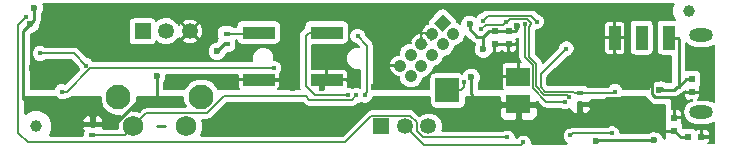
<source format=gbr>
G04 #@! TF.GenerationSoftware,KiCad,Pcbnew,(2016-12-18 revision 3ffa37c)-master*
G04 #@! TF.CreationDate,2017-03-26T15:10:27-07:00*
G04 #@! TF.ProjectId,Pensel,50656E73656C2E6B696361645F706362,rev?*
G04 #@! TF.FileFunction,Copper,L2,Bot,Signal*
G04 #@! TF.FilePolarity,Positive*
%FSLAX46Y46*%
G04 Gerber Fmt 4.6, Leading zero omitted, Abs format (unit mm)*
G04 Created by KiCad (PCBNEW (2016-12-18 revision 3ffa37c)-master) date Sunday, March 26, 2017 'PMt' 03:10:27 PM*
%MOMM*%
%LPD*%
G01*
G04 APERTURE LIST*
%ADD10C,0.100000*%
%ADD11C,0.150000*%
%ADD12C,1.000000*%
%ADD13R,0.500000X0.600000*%
%ADD14O,2.000000X1.120000*%
%ADD15R,2.000000X2.000000*%
%ADD16R,2.000000X1.600000*%
%ADD17R,3.657600X2.032000*%
%ADD18R,1.016000X2.032000*%
%ADD19C,1.350000*%
%ADD20R,1.350000X1.350000*%
%ADD21R,2.750000X1.000000*%
%ADD22C,2.100000*%
%ADD23C,1.750000*%
%ADD24R,0.600000X0.500000*%
%ADD25C,1.050000*%
%ADD26R,0.600000X0.400000*%
%ADD27C,0.400000*%
%ADD28C,0.600000*%
%ADD29C,0.260000*%
%ADD30C,0.130000*%
%ADD31C,0.200000*%
%ADD32C,0.254000*%
G04 APERTURE END LIST*
D10*
D11*
X58475000Y-142275000D03*
X58475000Y-141150000D03*
X58475000Y-141925000D03*
X58825000Y-141925000D03*
X58825000Y-140800000D03*
X58825000Y-141575000D03*
X58825000Y-142275000D03*
X58475000Y-141575000D03*
X58825000Y-141150000D03*
X58475000Y-140800000D03*
X58475000Y-140450000D03*
X58825000Y-140450000D03*
X65425000Y-143675000D03*
X65775000Y-143325000D03*
X66125000Y-143325000D03*
X64650000Y-143325000D03*
X64650000Y-143675000D03*
X65775000Y-143675000D03*
X64300000Y-143325000D03*
X64300000Y-143675000D03*
X65000000Y-143675000D03*
X65000000Y-143325000D03*
X65425000Y-143325000D03*
X66125000Y-143675000D03*
X67975000Y-140050000D03*
X67975000Y-140400000D03*
X67625000Y-140050000D03*
X67625000Y-140400000D03*
X68325000Y-140400000D03*
X68325000Y-140050000D03*
X66850000Y-140050000D03*
X66850000Y-140400000D03*
X67200000Y-140400000D03*
X67200000Y-140050000D03*
X66500000Y-140400000D03*
X66500000Y-140050000D03*
X73825000Y-142800000D03*
X73125000Y-142100000D03*
X73475000Y-143150000D03*
X73825000Y-143150000D03*
X73475000Y-142100000D03*
X73825000Y-142100000D03*
X73125000Y-143150000D03*
X73825000Y-143500000D03*
X73125000Y-143500000D03*
X73475000Y-143500000D03*
X73825000Y-142450000D03*
X73125000Y-142800000D03*
X73475000Y-142800000D03*
X73125000Y-142450000D03*
X73475000Y-142450000D03*
X91800000Y-143850000D03*
X98900000Y-143800000D03*
X98200000Y-143800000D03*
X98900000Y-143450000D03*
X99675000Y-143450000D03*
X98200000Y-143450000D03*
X98900000Y-143100000D03*
X99675000Y-143100000D03*
X98200000Y-143100000D03*
X98900000Y-142750000D03*
X99675000Y-142750000D03*
X98200000Y-142750000D03*
X98900000Y-142400000D03*
X99675000Y-142400000D03*
X98200000Y-142400000D03*
X98900000Y-142050000D03*
X99675000Y-142050000D03*
X98200000Y-142050000D03*
X98900000Y-141700000D03*
X99675000Y-141700000D03*
X98200000Y-141700000D03*
X98900000Y-141350000D03*
X99675000Y-141350000D03*
X98200000Y-141350000D03*
X98900000Y-141000000D03*
X99675000Y-141000000D03*
X98200000Y-141000000D03*
X98900000Y-140650000D03*
X99675000Y-140650000D03*
X98200000Y-140650000D03*
X81450000Y-142150000D03*
X81800000Y-142150000D03*
X82150000Y-142150000D03*
X82500000Y-142150000D03*
X82850000Y-142150000D03*
X81450000Y-141800000D03*
X81800000Y-141800000D03*
X82150000Y-141800000D03*
X82500000Y-141800000D03*
X82850000Y-141800000D03*
X81450000Y-141450000D03*
X81800000Y-141450000D03*
X82150000Y-141450000D03*
X82500000Y-141450000D03*
X82850000Y-141450000D03*
X81450000Y-141100000D03*
X81800000Y-141100000D03*
X82150000Y-141100000D03*
X82500000Y-141100000D03*
X82850000Y-141100000D03*
X81450000Y-140750000D03*
X81800000Y-140750000D03*
X82150000Y-140750000D03*
X82500000Y-140750000D03*
X53625000Y-145500000D03*
X54025000Y-145500000D03*
X54025000Y-145100000D03*
X54425000Y-145100000D03*
X54425000Y-145500000D03*
X63475000Y-145750000D03*
X63975000Y-145750000D03*
X63975000Y-146175000D03*
X63475000Y-146175000D03*
X62975000Y-146175000D03*
X101125000Y-139750000D03*
X101125000Y-140225000D03*
X100750000Y-140225000D03*
X101500000Y-140225000D03*
X102025000Y-141525000D03*
D12*
X107225000Y-139650000D03*
X51950000Y-149400000D03*
D11*
X94400000Y-143300000D03*
X104400000Y-141825000D03*
X104400000Y-142275000D03*
X104400000Y-142750000D03*
X107025000Y-149475000D03*
X107575000Y-149475000D03*
X108100000Y-149475000D03*
X108650000Y-149475000D03*
X109225000Y-149475000D03*
X109225000Y-149925000D03*
X109225000Y-150400000D03*
D13*
X107525000Y-145450000D03*
X107525000Y-146550000D03*
D14*
X108300000Y-148255000D03*
X108300000Y-141745000D03*
D15*
X86800000Y-146400000D03*
D16*
X92800000Y-145225000D03*
X92800000Y-147575000D03*
D11*
X94675000Y-143575000D03*
X82850000Y-140750000D03*
X94975000Y-143875000D03*
D17*
X103250000Y-148552000D03*
D18*
X103250000Y-141948000D03*
X105536000Y-141948000D03*
X100964000Y-141948000D03*
D11*
X104400000Y-141375000D03*
X101500000Y-139750000D03*
X100750000Y-139750000D03*
D19*
X85200000Y-149400000D03*
X83200000Y-149400000D03*
D20*
X81200000Y-149400000D03*
D11*
X81300000Y-143800000D03*
X80500000Y-143000000D03*
X80500000Y-143800000D03*
X92575000Y-143800000D03*
X92600000Y-143250000D03*
X92175000Y-143475000D03*
X102025000Y-141000000D03*
X102025000Y-142025000D03*
D21*
X70825000Y-145500000D03*
X76575000Y-145500000D03*
X76575000Y-141500000D03*
X70825000Y-141500000D03*
D22*
X58940000Y-146960000D03*
D23*
X60200000Y-149450000D03*
X64700000Y-149450000D03*
D22*
X65950000Y-146960000D03*
D13*
X92000000Y-142500000D03*
X92000000Y-141400000D03*
X90800000Y-142500000D03*
X90800000Y-141400000D03*
D24*
X108300000Y-150350000D03*
X107200000Y-150350000D03*
D13*
X106000000Y-148700000D03*
X106000000Y-149800000D03*
D25*
X86396051Y-140703949D03*
D10*
G36*
X85653589Y-140703949D02*
X86396051Y-139961487D01*
X87138513Y-140703949D01*
X86396051Y-141446411D01*
X85653589Y-140703949D01*
X85653589Y-140703949D01*
G37*
D25*
X85498025Y-141601975D03*
X84600000Y-142500000D03*
X83701974Y-143398026D03*
X82803949Y-144296051D03*
X86396051Y-142500000D03*
X85498025Y-143398026D03*
X84600000Y-144296051D03*
X83701974Y-145194077D03*
X87294077Y-141601975D03*
D20*
X61000000Y-141400000D03*
D19*
X63000000Y-141400000D03*
X65000000Y-141400000D03*
D26*
X68100000Y-142500000D03*
X68100000Y-141600000D03*
X56750000Y-150150000D03*
X56750000Y-149250000D03*
X98025000Y-147550000D03*
X98025000Y-146650000D03*
D27*
X54174998Y-146500000D03*
X72100000Y-144500000D03*
D28*
X95950000Y-142150000D03*
X99375000Y-145600000D03*
X80571690Y-146128310D03*
X99400000Y-150700000D03*
X104300000Y-150600000D03*
X56700000Y-142100000D03*
X73700000Y-146200000D03*
X76200000Y-146200000D03*
X51600000Y-144499998D03*
X52800000Y-142500000D03*
X104400000Y-143400000D03*
X92716835Y-140965043D03*
X89838164Y-142910044D03*
X51825000Y-139450000D03*
X98200000Y-148700000D03*
X94600000Y-148100000D03*
X88700000Y-140800000D03*
X51200000Y-147400000D03*
X51500000Y-140800000D03*
X88823191Y-145281447D03*
X67300000Y-143100000D03*
X58300000Y-149250000D03*
X66800000Y-149000000D03*
X62200000Y-145200000D03*
X89394127Y-149706852D03*
X101750000Y-148000002D03*
D27*
X78400000Y-146800000D03*
X79082973Y-146827110D03*
D28*
X104700000Y-146400000D03*
D27*
X79800000Y-146775000D03*
X79200000Y-141800000D03*
X93367529Y-140780021D03*
X94350000Y-140575000D03*
X89825000Y-140500000D03*
X96748423Y-147347964D03*
X97200002Y-150200000D03*
X100700000Y-150000000D03*
X91791328Y-140604113D03*
X89675000Y-141200000D03*
X97125000Y-146975000D03*
X56200000Y-144295010D03*
X52297642Y-143271318D03*
X88200000Y-145700000D03*
X93200000Y-150795010D03*
X91849996Y-150375000D03*
X51100000Y-140200000D03*
X96870010Y-142872965D03*
X101000000Y-146500000D03*
D29*
X62200000Y-149400000D02*
X62900000Y-149400000D01*
D30*
X54457840Y-146500000D02*
X54174998Y-146500000D01*
X56579614Y-144500000D02*
X54579614Y-146500000D01*
X54579614Y-146500000D02*
X54457840Y-146500000D01*
X72100000Y-144500000D02*
X56579614Y-144500000D01*
D29*
X100250000Y-145950000D02*
X99725000Y-145950000D01*
X99725000Y-145950000D02*
X99375000Y-145600000D01*
X81200000Y-145500000D02*
X80571690Y-146128310D01*
X81300000Y-145500000D02*
X81200000Y-145500000D01*
X104300000Y-150600000D02*
X99500000Y-150600000D01*
X99500000Y-150600000D02*
X99400000Y-150700000D01*
X73700000Y-146200000D02*
X73000000Y-145500000D01*
X73000000Y-145500000D02*
X70825000Y-145500000D01*
X76200000Y-146200000D02*
X76200000Y-145875000D01*
X76200000Y-145875000D02*
X76575000Y-145500000D01*
X104100001Y-143699999D02*
X104400000Y-143400000D01*
X106500000Y-147300000D02*
X105990000Y-147300000D01*
X105690001Y-147000001D02*
X104411999Y-147000001D01*
X105990000Y-147300000D02*
X105690001Y-147000001D01*
X104411999Y-147000001D02*
X104099999Y-146688001D01*
X104099999Y-146688001D02*
X104099999Y-143700001D01*
X104099999Y-143700001D02*
X104400000Y-143400000D01*
X92000000Y-141400000D02*
X92510000Y-141400000D01*
X92510000Y-141400000D02*
X92716835Y-141193165D01*
X92716835Y-141193165D02*
X92716835Y-140965043D01*
X89850002Y-141839998D02*
X89838164Y-141851836D01*
X89315734Y-141839998D02*
X88700000Y-141224264D01*
X88700000Y-141224264D02*
X88700000Y-140800000D01*
X89838164Y-141851836D02*
X89838164Y-142485780D01*
X89838164Y-142485780D02*
X89838164Y-142910044D01*
X89850002Y-141839998D02*
X89315734Y-141839998D01*
X90800000Y-141400000D02*
X90290000Y-141400000D01*
X90290000Y-141400000D02*
X89850002Y-141839998D01*
X92000000Y-141400000D02*
X90800000Y-141400000D01*
X107200000Y-150350000D02*
X106550000Y-150350000D01*
X106550000Y-150350000D02*
X106000000Y-149800000D01*
X106025000Y-149825000D02*
X106000000Y-149800000D01*
X103250000Y-141948000D02*
X103250000Y-141440000D01*
X106000000Y-149750000D02*
X106000000Y-149800000D01*
X100250000Y-147050000D02*
X102700002Y-147050000D01*
X102700002Y-147050000D02*
X102049999Y-147700003D01*
X102049999Y-147700003D02*
X101750000Y-148000002D01*
X51825000Y-139874264D02*
X51825000Y-139450000D01*
X51825000Y-140475000D02*
X51825000Y-139874264D01*
X51500000Y-140800000D02*
X51825000Y-140475000D01*
X89000000Y-147000000D02*
X89100000Y-147100000D01*
X89000000Y-146900000D02*
X89000000Y-147000000D01*
X50900001Y-147100001D02*
X51200000Y-147400000D01*
X50900001Y-141399999D02*
X50900001Y-147100001D01*
X51500000Y-140800000D02*
X50900001Y-141399999D01*
X88823191Y-146723191D02*
X88823191Y-145281447D01*
X89000000Y-146900000D02*
X88823191Y-146723191D01*
X68100000Y-142500000D02*
X67900000Y-142500000D01*
X67900000Y-142500000D02*
X67300000Y-143100000D01*
X57310000Y-149250000D02*
X56750000Y-149250000D01*
X58648002Y-149250000D02*
X58300000Y-149250000D01*
X58300000Y-149250000D02*
X56750000Y-149250000D01*
X62200000Y-147400000D02*
X60498002Y-147400000D01*
X60498002Y-147400000D02*
X58648002Y-149250000D01*
X62250000Y-147000000D02*
X62250000Y-147350000D01*
X62250000Y-147350000D02*
X62200000Y-147400000D01*
X62200000Y-146950000D02*
X62200000Y-145200000D01*
X62250000Y-147000000D02*
X62200000Y-146950000D01*
X106000000Y-149800000D02*
X104498000Y-149800000D01*
X104498000Y-149800000D02*
X103250000Y-148552000D01*
D30*
X68100000Y-141600000D02*
X70725000Y-141600000D01*
X70725000Y-141600000D02*
X70825000Y-141500000D01*
X78400000Y-146800000D02*
X75576998Y-146800000D01*
X75576998Y-146800000D02*
X74800000Y-146023002D01*
X74800000Y-146023002D02*
X74800000Y-141770000D01*
X74800000Y-141770000D02*
X75070000Y-141500000D01*
X75070000Y-141500000D02*
X76575000Y-141500000D01*
X60200000Y-149450000D02*
X61310001Y-148339999D01*
X61310001Y-148339999D02*
X66412603Y-148339999D01*
X66412603Y-148339999D02*
X67852602Y-146900000D01*
X67852602Y-146900000D02*
X74800000Y-146900000D01*
X74800000Y-146900000D02*
X75095001Y-147195001D01*
X75095001Y-147195001D02*
X78715082Y-147195001D01*
X78715082Y-147195001D02*
X79082973Y-146827110D01*
X56750000Y-150150000D02*
X59500000Y-150150000D01*
X59500000Y-150150000D02*
X60200000Y-149450000D01*
D29*
X107525000Y-145450000D02*
X107015000Y-145450000D01*
X107015000Y-145450000D02*
X106390000Y-146075000D01*
X106390000Y-146075000D02*
X106375000Y-146075000D01*
X106000000Y-146350000D02*
X105050000Y-146350000D01*
X105050000Y-146350000D02*
X104900000Y-146200000D01*
X106375000Y-146075000D02*
X106275000Y-146075000D01*
X106275000Y-146075000D02*
X106000000Y-146350000D01*
X104700000Y-146400000D02*
X104900000Y-146200000D01*
X106375000Y-146075000D02*
X106375000Y-142019000D01*
X106375000Y-142019000D02*
X106304000Y-141948000D01*
X106304000Y-141948000D02*
X105536000Y-141948000D01*
D30*
X79999999Y-146575001D02*
X79800000Y-146775000D01*
X79200000Y-141800000D02*
X79999999Y-142599999D01*
X79999999Y-142599999D02*
X79999999Y-146575001D01*
X93367529Y-141062863D02*
X93367529Y-140780021D01*
X93367529Y-143569527D02*
X93367529Y-141062863D01*
X94035001Y-146213001D02*
X94035001Y-144236999D01*
X95169964Y-147347964D02*
X94035001Y-146213001D01*
X94035001Y-144236999D02*
X93367529Y-143569527D01*
X90200000Y-140125000D02*
X93900000Y-140125000D01*
X93900000Y-140125000D02*
X94150001Y-140375001D01*
X96748423Y-147347964D02*
X95169964Y-147347964D01*
X89825000Y-140500000D02*
X90200000Y-140125000D01*
X94150001Y-140375001D02*
X94350000Y-140575000D01*
X100700000Y-150000000D02*
X97400001Y-150000001D01*
X97400001Y-150000001D02*
X97200002Y-150200000D01*
X92010430Y-140385011D02*
X91991327Y-140404114D01*
X93550406Y-140385011D02*
X92010430Y-140385011D01*
X91991327Y-140404114D02*
X91791328Y-140604113D01*
X93879998Y-140814602D02*
X93879998Y-140714603D01*
X94295012Y-144129299D02*
X93700000Y-143534287D01*
X95007293Y-146775001D02*
X94295012Y-146062720D01*
X94295012Y-146062720D02*
X94295012Y-144129299D01*
X96925001Y-146775001D02*
X95007293Y-146775001D01*
X97125000Y-146975000D02*
X96925001Y-146775001D01*
X93879998Y-140714603D02*
X93550406Y-140385011D01*
X93700000Y-140994600D02*
X93879998Y-140814602D01*
X93700000Y-143534287D02*
X93700000Y-140994600D01*
X89675000Y-141200000D02*
X90029998Y-140845002D01*
X90029998Y-140845002D02*
X91550439Y-140845002D01*
X91550439Y-140845002D02*
X91591329Y-140804112D01*
X91591329Y-140804112D02*
X91791328Y-140604113D01*
X55176308Y-143271318D02*
X56200000Y-144295010D01*
X52297642Y-143271318D02*
X55176308Y-143271318D01*
X88200000Y-146130000D02*
X88200000Y-145700000D01*
X87930000Y-146400000D02*
X88200000Y-146130000D01*
X86800000Y-146400000D02*
X87930000Y-146400000D01*
X93000001Y-150995009D02*
X93200000Y-150795010D01*
X84795009Y-150995009D02*
X93000001Y-150995009D01*
X83200000Y-149400000D02*
X84795009Y-150995009D01*
X84200000Y-149800000D02*
X84775000Y-150375000D01*
X84775000Y-150375000D02*
X91567154Y-150375000D01*
X83617601Y-148529999D02*
X84200000Y-149112398D01*
X80368999Y-148529999D02*
X83617601Y-148529999D01*
X50464999Y-149964999D02*
X51300000Y-150800000D01*
X50464999Y-140835001D02*
X50464999Y-149964999D01*
X51300000Y-150800000D02*
X78098998Y-150800000D01*
X78098998Y-150800000D02*
X80368999Y-148529999D01*
X84200000Y-149112398D02*
X84200000Y-149800000D01*
X91567154Y-150375000D02*
X91849996Y-150375000D01*
X51100000Y-140200000D02*
X50464999Y-140835001D01*
X98025000Y-146650000D02*
X100850000Y-146650000D01*
X100850000Y-146650000D02*
X101000000Y-146500000D01*
X98025000Y-146650000D02*
X97595000Y-146650000D01*
X97595000Y-146650000D02*
X97445000Y-146500000D01*
X97445000Y-146500000D02*
X95100000Y-146500000D01*
X96670011Y-143072964D02*
X96870010Y-142872965D01*
X94700000Y-145042975D02*
X96670011Y-143072964D01*
X94700000Y-146100000D02*
X94700000Y-145042975D01*
X95100000Y-146500000D02*
X94700000Y-146100000D01*
D31*
G36*
X107075267Y-142500190D02*
X107421751Y-142731703D01*
X107830457Y-142813000D01*
X108769543Y-142813000D01*
X109178249Y-142731703D01*
X109392000Y-142588879D01*
X109392000Y-147411121D01*
X109178249Y-147268297D01*
X108769543Y-147187000D01*
X108015000Y-147187000D01*
X108120886Y-147081113D01*
X108183000Y-146931156D01*
X108183000Y-146706000D01*
X108081000Y-146604000D01*
X107579000Y-146604000D01*
X107579000Y-146624000D01*
X107471000Y-146624000D01*
X107471000Y-146604000D01*
X106969000Y-146604000D01*
X106867000Y-146706000D01*
X106867000Y-146931156D01*
X106929114Y-147081113D01*
X107043886Y-147195886D01*
X107193844Y-147258000D01*
X107369000Y-147258000D01*
X107470998Y-147156002D01*
X107470998Y-147258000D01*
X107473517Y-147258000D01*
X107421751Y-147268297D01*
X107075267Y-147499810D01*
X106843754Y-147846294D01*
X106762457Y-148255000D01*
X106843754Y-148663706D01*
X107075267Y-149010190D01*
X107421751Y-149241703D01*
X107830457Y-149323000D01*
X108769543Y-149323000D01*
X109178249Y-149241703D01*
X109392000Y-149098879D01*
X109392000Y-150892000D01*
X108884999Y-150892000D01*
X108945886Y-150831114D01*
X109008000Y-150681156D01*
X109008000Y-150506000D01*
X108906000Y-150404000D01*
X108354000Y-150404000D01*
X108354000Y-150424000D01*
X108246000Y-150424000D01*
X108246000Y-150404000D01*
X108226000Y-150404000D01*
X108226000Y-150296000D01*
X108246000Y-150296000D01*
X108246000Y-149794000D01*
X108354000Y-149794000D01*
X108354000Y-150296000D01*
X108906000Y-150296000D01*
X109008000Y-150194000D01*
X109008000Y-150018844D01*
X108945886Y-149868886D01*
X108831113Y-149754114D01*
X108681156Y-149692000D01*
X108456000Y-149692000D01*
X108354000Y-149794000D01*
X108246000Y-149794000D01*
X108144000Y-149692000D01*
X107918844Y-149692000D01*
X107847800Y-149721427D01*
X107698212Y-149621475D01*
X107500000Y-149582048D01*
X106900000Y-149582048D01*
X106767952Y-149608314D01*
X106767952Y-149500000D01*
X106728525Y-149301788D01*
X106628573Y-149152200D01*
X106658000Y-149081156D01*
X106658000Y-148856000D01*
X106556000Y-148754000D01*
X106054000Y-148754000D01*
X106054000Y-148774000D01*
X105946000Y-148774000D01*
X105946000Y-148754000D01*
X105926000Y-148754000D01*
X105926000Y-148646000D01*
X105946000Y-148646000D01*
X105946000Y-148094000D01*
X106054000Y-148094000D01*
X106054000Y-148646000D01*
X106556000Y-148646000D01*
X106658000Y-148544000D01*
X106658000Y-148318844D01*
X106595886Y-148168887D01*
X106481114Y-148054114D01*
X106331156Y-147992000D01*
X106156000Y-147992000D01*
X106054000Y-148094000D01*
X105946000Y-148094000D01*
X105844000Y-147992000D01*
X105795348Y-147992000D01*
X105806028Y-146988000D01*
X106000000Y-146988000D01*
X106244152Y-146939435D01*
X106451134Y-146801134D01*
X106576332Y-146675936D01*
X106634152Y-146664435D01*
X106841134Y-146526134D01*
X106920134Y-146447134D01*
X106969000Y-146496000D01*
X107471000Y-146496000D01*
X107471000Y-146476000D01*
X107579000Y-146476000D01*
X107579000Y-146496000D01*
X108081000Y-146496000D01*
X108183000Y-146394000D01*
X108183000Y-146168844D01*
X108153573Y-146097800D01*
X108253525Y-145948212D01*
X108292952Y-145750000D01*
X108292952Y-145150000D01*
X108253525Y-144951788D01*
X108141247Y-144783753D01*
X107973212Y-144671475D01*
X107775000Y-144632048D01*
X107275000Y-144632048D01*
X107076788Y-144671475D01*
X107013000Y-144714097D01*
X107013000Y-142407001D01*
X107075267Y-142500190D01*
X107075267Y-142500190D01*
G37*
X107075267Y-142500190D02*
X107421751Y-142731703D01*
X107830457Y-142813000D01*
X108769543Y-142813000D01*
X109178249Y-142731703D01*
X109392000Y-142588879D01*
X109392000Y-147411121D01*
X109178249Y-147268297D01*
X108769543Y-147187000D01*
X108015000Y-147187000D01*
X108120886Y-147081113D01*
X108183000Y-146931156D01*
X108183000Y-146706000D01*
X108081000Y-146604000D01*
X107579000Y-146604000D01*
X107579000Y-146624000D01*
X107471000Y-146624000D01*
X107471000Y-146604000D01*
X106969000Y-146604000D01*
X106867000Y-146706000D01*
X106867000Y-146931156D01*
X106929114Y-147081113D01*
X107043886Y-147195886D01*
X107193844Y-147258000D01*
X107369000Y-147258000D01*
X107470998Y-147156002D01*
X107470998Y-147258000D01*
X107473517Y-147258000D01*
X107421751Y-147268297D01*
X107075267Y-147499810D01*
X106843754Y-147846294D01*
X106762457Y-148255000D01*
X106843754Y-148663706D01*
X107075267Y-149010190D01*
X107421751Y-149241703D01*
X107830457Y-149323000D01*
X108769543Y-149323000D01*
X109178249Y-149241703D01*
X109392000Y-149098879D01*
X109392000Y-150892000D01*
X108884999Y-150892000D01*
X108945886Y-150831114D01*
X109008000Y-150681156D01*
X109008000Y-150506000D01*
X108906000Y-150404000D01*
X108354000Y-150404000D01*
X108354000Y-150424000D01*
X108246000Y-150424000D01*
X108246000Y-150404000D01*
X108226000Y-150404000D01*
X108226000Y-150296000D01*
X108246000Y-150296000D01*
X108246000Y-149794000D01*
X108354000Y-149794000D01*
X108354000Y-150296000D01*
X108906000Y-150296000D01*
X109008000Y-150194000D01*
X109008000Y-150018844D01*
X108945886Y-149868886D01*
X108831113Y-149754114D01*
X108681156Y-149692000D01*
X108456000Y-149692000D01*
X108354000Y-149794000D01*
X108246000Y-149794000D01*
X108144000Y-149692000D01*
X107918844Y-149692000D01*
X107847800Y-149721427D01*
X107698212Y-149621475D01*
X107500000Y-149582048D01*
X106900000Y-149582048D01*
X106767952Y-149608314D01*
X106767952Y-149500000D01*
X106728525Y-149301788D01*
X106628573Y-149152200D01*
X106658000Y-149081156D01*
X106658000Y-148856000D01*
X106556000Y-148754000D01*
X106054000Y-148754000D01*
X106054000Y-148774000D01*
X105946000Y-148774000D01*
X105946000Y-148754000D01*
X105926000Y-148754000D01*
X105926000Y-148646000D01*
X105946000Y-148646000D01*
X105946000Y-148094000D01*
X106054000Y-148094000D01*
X106054000Y-148646000D01*
X106556000Y-148646000D01*
X106658000Y-148544000D01*
X106658000Y-148318844D01*
X106595886Y-148168887D01*
X106481114Y-148054114D01*
X106331156Y-147992000D01*
X106156000Y-147992000D01*
X106054000Y-148094000D01*
X105946000Y-148094000D01*
X105844000Y-147992000D01*
X105795348Y-147992000D01*
X105806028Y-146988000D01*
X106000000Y-146988000D01*
X106244152Y-146939435D01*
X106451134Y-146801134D01*
X106576332Y-146675936D01*
X106634152Y-146664435D01*
X106841134Y-146526134D01*
X106920134Y-146447134D01*
X106969000Y-146496000D01*
X107471000Y-146496000D01*
X107471000Y-146476000D01*
X107579000Y-146476000D01*
X107579000Y-146496000D01*
X108081000Y-146496000D01*
X108183000Y-146394000D01*
X108183000Y-146168844D01*
X108153573Y-146097800D01*
X108253525Y-145948212D01*
X108292952Y-145750000D01*
X108292952Y-145150000D01*
X108253525Y-144951788D01*
X108141247Y-144783753D01*
X107973212Y-144671475D01*
X107775000Y-144632048D01*
X107275000Y-144632048D01*
X107076788Y-144671475D01*
X107013000Y-144714097D01*
X107013000Y-142407001D01*
X107075267Y-142500190D01*
G36*
X105855238Y-139376295D02*
X105854763Y-139921314D01*
X106059641Y-140417159D01*
X106044000Y-140414048D01*
X105028000Y-140414048D01*
X104829788Y-140453475D01*
X104661753Y-140565753D01*
X104549475Y-140733788D01*
X104510048Y-140932000D01*
X104510048Y-142964000D01*
X104549475Y-143162212D01*
X104661753Y-143330247D01*
X104829788Y-143442525D01*
X105028000Y-143481952D01*
X105737000Y-143481952D01*
X105737000Y-145710732D01*
X105735732Y-145712000D01*
X105295960Y-145712000D01*
X105144152Y-145610565D01*
X104900000Y-145562000D01*
X104748969Y-145592042D01*
X104539984Y-145591860D01*
X104242903Y-145714611D01*
X104015410Y-145941707D01*
X103892140Y-146238574D01*
X103892093Y-146292000D01*
X101680114Y-146292000D01*
X101600564Y-146099474D01*
X101401574Y-145900136D01*
X101141448Y-145792123D01*
X100859788Y-145791877D01*
X100599474Y-145899436D01*
X100421599Y-146077000D01*
X98681140Y-146077000D01*
X98523212Y-145971475D01*
X98325000Y-145932048D01*
X97725000Y-145932048D01*
X97597689Y-145957372D01*
X97445000Y-145927000D01*
X95337344Y-145927000D01*
X95273000Y-145862656D01*
X95273000Y-145280319D01*
X96972264Y-143581055D01*
X97010222Y-143581088D01*
X97270536Y-143473529D01*
X97469874Y-143274539D01*
X97577887Y-143014413D01*
X97578133Y-142732753D01*
X97470574Y-142472439D01*
X97271584Y-142273101D01*
X97011458Y-142165088D01*
X96729798Y-142164842D01*
X96469484Y-142272401D01*
X96270146Y-142471391D01*
X96162133Y-142731517D01*
X96162099Y-142770532D01*
X94857281Y-144075350D01*
X94824395Y-143910021D01*
X94700184Y-143724127D01*
X94273000Y-143296943D01*
X94273000Y-142104000D01*
X100048000Y-142104000D01*
X100048000Y-143045156D01*
X100110114Y-143195114D01*
X100224887Y-143309886D01*
X100374844Y-143372000D01*
X100808000Y-143372000D01*
X100910000Y-143270000D01*
X100910000Y-142002000D01*
X101018000Y-142002000D01*
X101018000Y-143270000D01*
X101120000Y-143372000D01*
X101553156Y-143372000D01*
X101703113Y-143309886D01*
X101817886Y-143195114D01*
X101880000Y-143045156D01*
X101880000Y-142104000D01*
X101778000Y-142002000D01*
X101018000Y-142002000D01*
X100910000Y-142002000D01*
X100150000Y-142002000D01*
X100048000Y-142104000D01*
X94273000Y-142104000D01*
X94273000Y-141282933D01*
X94490212Y-141283123D01*
X94750526Y-141175564D01*
X94949864Y-140976574D01*
X95002071Y-140850844D01*
X100048000Y-140850844D01*
X100048000Y-141792000D01*
X100150000Y-141894000D01*
X100910000Y-141894000D01*
X100910000Y-140626000D01*
X101018000Y-140626000D01*
X101018000Y-141894000D01*
X101778000Y-141894000D01*
X101880000Y-141792000D01*
X101880000Y-140932000D01*
X102224048Y-140932000D01*
X102224048Y-142964000D01*
X102263475Y-143162212D01*
X102375753Y-143330247D01*
X102543788Y-143442525D01*
X102742000Y-143481952D01*
X103758000Y-143481952D01*
X103956212Y-143442525D01*
X104124247Y-143330247D01*
X104236525Y-143162212D01*
X104275952Y-142964000D01*
X104275952Y-140932000D01*
X104236525Y-140733788D01*
X104124247Y-140565753D01*
X103956212Y-140453475D01*
X103758000Y-140414048D01*
X102742000Y-140414048D01*
X102543788Y-140453475D01*
X102375753Y-140565753D01*
X102263475Y-140733788D01*
X102224048Y-140932000D01*
X101880000Y-140932000D01*
X101880000Y-140850844D01*
X101817886Y-140700886D01*
X101703113Y-140586114D01*
X101553156Y-140524000D01*
X101120000Y-140524000D01*
X101018000Y-140626000D01*
X100910000Y-140626000D01*
X100808000Y-140524000D01*
X100374844Y-140524000D01*
X100224887Y-140586114D01*
X100110114Y-140700886D01*
X100048000Y-140850844D01*
X95002071Y-140850844D01*
X95057877Y-140716448D01*
X95058123Y-140434788D01*
X94950564Y-140174474D01*
X94751574Y-139975136D01*
X94491448Y-139867123D01*
X94452433Y-139867089D01*
X94305172Y-139719828D01*
X94119278Y-139595617D01*
X93900000Y-139552000D01*
X90200000Y-139552000D01*
X89980722Y-139595617D01*
X89794828Y-139719828D01*
X89722746Y-139791910D01*
X89684788Y-139791877D01*
X89424474Y-139899436D01*
X89225136Y-140098426D01*
X89200519Y-140157710D01*
X89158293Y-140115410D01*
X88861426Y-139992140D01*
X88539984Y-139991860D01*
X88242903Y-140114611D01*
X88015410Y-140341707D01*
X87892140Y-140638574D01*
X87892053Y-140738836D01*
X87879989Y-140726751D01*
X87641284Y-140627632D01*
X87617038Y-140505737D01*
X87504760Y-140337702D01*
X86762298Y-139595240D01*
X86594263Y-139482962D01*
X86396051Y-139443535D01*
X86197839Y-139482962D01*
X86029804Y-139595240D01*
X85287342Y-140337702D01*
X85175064Y-140505737D01*
X85135637Y-140703949D01*
X85142633Y-140739120D01*
X84955742Y-140820399D01*
X84697925Y-141087416D01*
X84568420Y-141400067D01*
X84650464Y-141547975D01*
X85444025Y-141547975D01*
X85444025Y-141226879D01*
X85552025Y-141334879D01*
X85552025Y-141471605D01*
X85512166Y-141511464D01*
X85588536Y-141587834D01*
X85628395Y-141547975D01*
X85765121Y-141547975D01*
X85832353Y-141615207D01*
X85811668Y-141623754D01*
X85779391Y-141655975D01*
X85628395Y-141655975D01*
X85588536Y-141616116D01*
X85512166Y-141692486D01*
X85552025Y-141732345D01*
X85552025Y-141882944D01*
X85520827Y-141914088D01*
X85444025Y-142099047D01*
X85444025Y-141732345D01*
X85483884Y-141692486D01*
X85407514Y-141616116D01*
X85367655Y-141655975D01*
X85008515Y-141655975D01*
X84801908Y-141570395D01*
X84654000Y-141652439D01*
X84654000Y-141655975D01*
X84650464Y-141655975D01*
X84568420Y-141803883D01*
X84654000Y-142000664D01*
X84654000Y-142369630D01*
X84614141Y-142409489D01*
X84690511Y-142485859D01*
X84730370Y-142446000D01*
X85089510Y-142446000D01*
X85093272Y-142447559D01*
X84913642Y-142521780D01*
X84881366Y-142554000D01*
X84730370Y-142554000D01*
X84690511Y-142514141D01*
X84614141Y-142590511D01*
X84654000Y-142630370D01*
X84654000Y-142780969D01*
X84622801Y-142812114D01*
X84600139Y-142866691D01*
X84578220Y-142813643D01*
X84546000Y-142781367D01*
X84546000Y-142630370D01*
X84585859Y-142590511D01*
X84509489Y-142514141D01*
X84469630Y-142554000D01*
X84319030Y-142554000D01*
X84287886Y-142522802D01*
X84102927Y-142446000D01*
X84546000Y-142446000D01*
X84546000Y-141652439D01*
X84398092Y-141570395D01*
X84057717Y-141718424D01*
X83799900Y-141985441D01*
X83670395Y-142298092D01*
X83707525Y-142365030D01*
X83497399Y-142364847D01*
X83117591Y-142521780D01*
X82826750Y-142812114D01*
X82669153Y-143191648D01*
X82668968Y-143403570D01*
X82602041Y-143366446D01*
X82261666Y-143514475D01*
X82003849Y-143781492D01*
X81874344Y-144094143D01*
X81956388Y-144242051D01*
X82749949Y-144242051D01*
X82749949Y-143799009D01*
X82825728Y-143982409D01*
X82857949Y-144014686D01*
X82857949Y-144165681D01*
X82818090Y-144205540D01*
X82894460Y-144281910D01*
X82934319Y-144242051D01*
X83084917Y-144242051D01*
X83116062Y-144273250D01*
X83170639Y-144295912D01*
X83117591Y-144317831D01*
X83085315Y-144350051D01*
X82934319Y-144350051D01*
X82894460Y-144310192D01*
X82818090Y-144386562D01*
X82857949Y-144426421D01*
X82857949Y-144577020D01*
X82826750Y-144608165D01*
X82749949Y-144793122D01*
X82749949Y-144350051D01*
X81956388Y-144350051D01*
X81874344Y-144497959D01*
X82022373Y-144838334D01*
X82289390Y-145096151D01*
X82602041Y-145225656D01*
X82668978Y-145188526D01*
X82668795Y-145398652D01*
X82825728Y-145778460D01*
X83116062Y-146069301D01*
X83495596Y-146226898D01*
X83906549Y-146227256D01*
X84286357Y-146070323D01*
X84577198Y-145779989D01*
X84734795Y-145400455D01*
X84734857Y-145329169D01*
X84804575Y-145329230D01*
X85184383Y-145172297D01*
X85475224Y-144881963D01*
X85632821Y-144502429D01*
X85632883Y-144431144D01*
X85702600Y-144431205D01*
X85914030Y-144343844D01*
X91392000Y-144343844D01*
X91392000Y-145069000D01*
X91494000Y-145171000D01*
X92746000Y-145171000D01*
X92746000Y-144119000D01*
X92644000Y-144017000D01*
X91718844Y-144017000D01*
X91568886Y-144079114D01*
X91454114Y-144193887D01*
X91392000Y-144343844D01*
X85914030Y-144343844D01*
X86082408Y-144274272D01*
X86373249Y-143983938D01*
X86530846Y-143604404D01*
X86530908Y-143533118D01*
X86600626Y-143533179D01*
X86980434Y-143376246D01*
X87271275Y-143085912D01*
X87428872Y-142706378D01*
X87428934Y-142635093D01*
X87498652Y-142635154D01*
X87878460Y-142478221D01*
X88169301Y-142187887D01*
X88326898Y-141808353D01*
X88326946Y-141753478D01*
X88864600Y-142291132D01*
X89071582Y-142429433D01*
X89158593Y-142446741D01*
X89153574Y-142451751D01*
X89030304Y-142748618D01*
X89030024Y-143070060D01*
X89152775Y-143367141D01*
X89379871Y-143594634D01*
X89676738Y-143717904D01*
X89998180Y-143718184D01*
X90295261Y-143595433D01*
X90522754Y-143368337D01*
X90589332Y-143208000D01*
X90644000Y-143208000D01*
X90746000Y-143106000D01*
X90746000Y-142554000D01*
X90854000Y-142554000D01*
X90854000Y-143106000D01*
X90956000Y-143208000D01*
X91131156Y-143208000D01*
X91281114Y-143145886D01*
X91395886Y-143031113D01*
X91400000Y-143021181D01*
X91404114Y-143031113D01*
X91518886Y-143145886D01*
X91668844Y-143208000D01*
X91844000Y-143208000D01*
X91946000Y-143106000D01*
X91946000Y-142554000D01*
X92054000Y-142554000D01*
X92054000Y-143106000D01*
X92156000Y-143208000D01*
X92331156Y-143208000D01*
X92481114Y-143145886D01*
X92595886Y-143031113D01*
X92658000Y-142881156D01*
X92658000Y-142656000D01*
X92556000Y-142554000D01*
X92054000Y-142554000D01*
X91946000Y-142554000D01*
X91444000Y-142554000D01*
X91400000Y-142598000D01*
X91356000Y-142554000D01*
X90854000Y-142554000D01*
X90746000Y-142554000D01*
X90726000Y-142554000D01*
X90726000Y-142446000D01*
X90746000Y-142446000D01*
X90746000Y-142426000D01*
X90854000Y-142426000D01*
X90854000Y-142446000D01*
X91356000Y-142446000D01*
X91400000Y-142402000D01*
X91444000Y-142446000D01*
X91946000Y-142446000D01*
X91946000Y-142426000D01*
X92054000Y-142426000D01*
X92054000Y-142446000D01*
X92556000Y-142446000D01*
X92658000Y-142344000D01*
X92658000Y-142118844D01*
X92628573Y-142047800D01*
X92654300Y-142009297D01*
X92754152Y-141989435D01*
X92794529Y-141962456D01*
X92794529Y-143569527D01*
X92838146Y-143788805D01*
X92938810Y-143939459D01*
X92962357Y-143974699D01*
X93004658Y-144017000D01*
X92956000Y-144017000D01*
X92854000Y-144119000D01*
X92854000Y-145171000D01*
X92874000Y-145171000D01*
X92874000Y-145279000D01*
X92854000Y-145279000D01*
X92854000Y-145299000D01*
X92746000Y-145299000D01*
X92746000Y-145279000D01*
X91494000Y-145279000D01*
X91392000Y-145381000D01*
X91392000Y-146106156D01*
X91454114Y-146256113D01*
X91490001Y-146292000D01*
X89461191Y-146292000D01*
X89461191Y-145786249D01*
X89507781Y-145739740D01*
X89631051Y-145442873D01*
X89631331Y-145121431D01*
X89508580Y-144824350D01*
X89281484Y-144596857D01*
X88984617Y-144473587D01*
X88663175Y-144473307D01*
X88366094Y-144596058D01*
X88138601Y-144823154D01*
X88076150Y-144973552D01*
X87998212Y-144921475D01*
X87800000Y-144882048D01*
X85800000Y-144882048D01*
X85601788Y-144921475D01*
X85433753Y-145033753D01*
X85321475Y-145201788D01*
X85282048Y-145400000D01*
X85282048Y-146292000D01*
X80572999Y-146292000D01*
X80572999Y-142599999D01*
X80529382Y-142380721D01*
X80405171Y-142194827D01*
X79908090Y-141697746D01*
X79908123Y-141659788D01*
X79800564Y-141399474D01*
X79601574Y-141200136D01*
X79341448Y-141092123D01*
X79059788Y-141091877D01*
X78799474Y-141199436D01*
X78600136Y-141398426D01*
X78492123Y-141658552D01*
X78491877Y-141940212D01*
X78599436Y-142200526D01*
X78798426Y-142399864D01*
X79058552Y-142507877D01*
X79097567Y-142507911D01*
X79331771Y-142742115D01*
X79010278Y-142741834D01*
X78658046Y-142887374D01*
X78388321Y-143156628D01*
X78242167Y-143508606D01*
X78241834Y-143889722D01*
X78387374Y-144241954D01*
X78656628Y-144511679D01*
X79008606Y-144657833D01*
X79389722Y-144658166D01*
X79426999Y-144642763D01*
X79426999Y-146163063D01*
X79399474Y-146174436D01*
X79387104Y-146186784D01*
X79224421Y-146119233D01*
X78942761Y-146118987D01*
X78774037Y-146188702D01*
X78541448Y-146092123D01*
X78353525Y-146091959D01*
X78358000Y-146081156D01*
X78358000Y-145656000D01*
X78256000Y-145554000D01*
X76629000Y-145554000D01*
X76629000Y-145574000D01*
X76521000Y-145574000D01*
X76521000Y-145554000D01*
X76501000Y-145554000D01*
X76501000Y-145446000D01*
X76521000Y-145446000D01*
X76521000Y-144694000D01*
X76629000Y-144694000D01*
X76629000Y-145446000D01*
X78256000Y-145446000D01*
X78358000Y-145344000D01*
X78358000Y-144918844D01*
X78295886Y-144768886D01*
X78181113Y-144654114D01*
X78031156Y-144592000D01*
X76731000Y-144592000D01*
X76629000Y-144694000D01*
X76521000Y-144694000D01*
X76419000Y-144592000D01*
X75373000Y-144592000D01*
X75373000Y-142517952D01*
X77950000Y-142517952D01*
X78148212Y-142478525D01*
X78316247Y-142366247D01*
X78428525Y-142198212D01*
X78467952Y-142000000D01*
X78467952Y-141000000D01*
X78428525Y-140801788D01*
X78316247Y-140633753D01*
X78148212Y-140521475D01*
X77950000Y-140482048D01*
X75200000Y-140482048D01*
X75001788Y-140521475D01*
X74833753Y-140633753D01*
X74721475Y-140801788D01*
X74682048Y-141000000D01*
X74682048Y-141083322D01*
X74664828Y-141094828D01*
X74394828Y-141364828D01*
X74270617Y-141550722D01*
X74227000Y-141770000D01*
X74227000Y-146023002D01*
X74270617Y-146242280D01*
X74303839Y-146292000D01*
X72484999Y-146292000D01*
X72545886Y-146231114D01*
X72608000Y-146081156D01*
X72608000Y-145656000D01*
X72506000Y-145554000D01*
X70879000Y-145554000D01*
X70879000Y-145574000D01*
X70771000Y-145574000D01*
X70771000Y-145554000D01*
X69144000Y-145554000D01*
X69042000Y-145656000D01*
X69042000Y-146081156D01*
X69104114Y-146231114D01*
X69165001Y-146292000D01*
X67359746Y-146292000D01*
X67271578Y-146078617D01*
X66833688Y-145639962D01*
X66261265Y-145402271D01*
X65641454Y-145401730D01*
X65068617Y-145638422D01*
X64629962Y-146076312D01*
X64540400Y-146292000D01*
X62838000Y-146292000D01*
X62838000Y-145704802D01*
X62884590Y-145658293D01*
X63007860Y-145361426D01*
X63008111Y-145073000D01*
X69042000Y-145073000D01*
X69042000Y-145344000D01*
X69144000Y-145446000D01*
X70771000Y-145446000D01*
X70771000Y-145426000D01*
X70879000Y-145426000D01*
X70879000Y-145446000D01*
X72506000Y-145446000D01*
X72608000Y-145344000D01*
X72608000Y-144993278D01*
X72699864Y-144901574D01*
X72807877Y-144641448D01*
X72808123Y-144359788D01*
X72700564Y-144099474D01*
X72501574Y-143900136D01*
X72241448Y-143792123D01*
X72157920Y-143792050D01*
X72158166Y-143510278D01*
X72012626Y-143158046D01*
X71743372Y-142888321D01*
X71391394Y-142742167D01*
X71010278Y-142741834D01*
X70658046Y-142887374D01*
X70388321Y-143156628D01*
X70242167Y-143508606D01*
X70241834Y-143889722D01*
X70257237Y-143927000D01*
X56813999Y-143927000D01*
X56800564Y-143894484D01*
X56601574Y-143695146D01*
X56341448Y-143587133D01*
X56302433Y-143587099D01*
X55975350Y-143260016D01*
X66491860Y-143260016D01*
X66614611Y-143557097D01*
X66841707Y-143784590D01*
X67138574Y-143907860D01*
X67460016Y-143908140D01*
X67757097Y-143785389D01*
X67984590Y-143558293D01*
X68107860Y-143261426D01*
X68107898Y-143217952D01*
X68400000Y-143217952D01*
X68598212Y-143178525D01*
X68766247Y-143066247D01*
X68878525Y-142898212D01*
X68917952Y-142700000D01*
X68917952Y-142300000D01*
X68892690Y-142173000D01*
X68966460Y-142173000D01*
X68971475Y-142198212D01*
X69083753Y-142366247D01*
X69251788Y-142478525D01*
X69450000Y-142517952D01*
X72200000Y-142517952D01*
X72398212Y-142478525D01*
X72566247Y-142366247D01*
X72678525Y-142198212D01*
X72717952Y-142000000D01*
X72717952Y-141000000D01*
X72678525Y-140801788D01*
X72566247Y-140633753D01*
X72398212Y-140521475D01*
X72200000Y-140482048D01*
X69450000Y-140482048D01*
X69251788Y-140521475D01*
X69083753Y-140633753D01*
X68971475Y-140801788D01*
X68932048Y-141000000D01*
X68932048Y-141027000D01*
X68756140Y-141027000D01*
X68598212Y-140921475D01*
X68400000Y-140882048D01*
X67800000Y-140882048D01*
X67601788Y-140921475D01*
X67433753Y-141033753D01*
X67321475Y-141201788D01*
X67282048Y-141400000D01*
X67282048Y-141800000D01*
X67321475Y-141998212D01*
X67356079Y-142050000D01*
X67321475Y-142101788D01*
X67302984Y-142194748D01*
X67205815Y-142291917D01*
X67139984Y-142291860D01*
X66842903Y-142414611D01*
X66615410Y-142641707D01*
X66492140Y-142938574D01*
X66491860Y-143260016D01*
X55975350Y-143260016D01*
X55581480Y-142866146D01*
X55502904Y-142813643D01*
X55395586Y-142741935D01*
X55176308Y-142698318D01*
X52726033Y-142698318D01*
X52699216Y-142671454D01*
X52439090Y-142563441D01*
X52157430Y-142563195D01*
X51897116Y-142670754D01*
X51697778Y-142869744D01*
X51589765Y-143129870D01*
X51589519Y-143411530D01*
X51697078Y-143671844D01*
X51896068Y-143871182D01*
X52156194Y-143979195D01*
X52437854Y-143979441D01*
X52698168Y-143871882D01*
X52725780Y-143844318D01*
X54938964Y-143844318D01*
X55491910Y-144397264D01*
X55491877Y-144435222D01*
X55591921Y-144677349D01*
X54429997Y-145839273D01*
X54316446Y-145792123D01*
X54034786Y-145791877D01*
X53774472Y-145899436D01*
X53575134Y-146098426D01*
X53494756Y-146292000D01*
X51538001Y-146292000D01*
X51538001Y-141664267D01*
X51594185Y-141608083D01*
X51660016Y-141608140D01*
X51957097Y-141485389D01*
X52184590Y-141258293D01*
X52307860Y-140961426D01*
X52307932Y-140878545D01*
X52410527Y-140725000D01*
X59807048Y-140725000D01*
X59807048Y-142075000D01*
X59846475Y-142273212D01*
X59958753Y-142441247D01*
X60126788Y-142553525D01*
X60325000Y-142592952D01*
X61675000Y-142592952D01*
X61873212Y-142553525D01*
X62041247Y-142441247D01*
X62153525Y-142273212D01*
X62161269Y-142234280D01*
X62329010Y-142402314D01*
X62763654Y-142582794D01*
X63234281Y-142583205D01*
X63669240Y-142403483D01*
X63927344Y-142145829D01*
X64330539Y-142145829D01*
X64395421Y-142324002D01*
X64795042Y-142485028D01*
X65225866Y-142480870D01*
X65604579Y-142324002D01*
X65669461Y-142145829D01*
X65000000Y-141476368D01*
X64330539Y-142145829D01*
X63927344Y-142145829D01*
X64002314Y-142070990D01*
X64052973Y-141948991D01*
X64075998Y-142004579D01*
X64254171Y-142069461D01*
X64923632Y-141400000D01*
X65076368Y-141400000D01*
X65745829Y-142069461D01*
X65924002Y-142004579D01*
X66085028Y-141604958D01*
X66080870Y-141174134D01*
X65924002Y-140795421D01*
X65745829Y-140730539D01*
X65076368Y-141400000D01*
X64923632Y-141400000D01*
X64254171Y-140730539D01*
X64075998Y-140795421D01*
X64053387Y-140851536D01*
X64003483Y-140730760D01*
X63927028Y-140654171D01*
X64330539Y-140654171D01*
X65000000Y-141323632D01*
X65669461Y-140654171D01*
X65604579Y-140475998D01*
X65204958Y-140314972D01*
X64774134Y-140319130D01*
X64395421Y-140475998D01*
X64330539Y-140654171D01*
X63927028Y-140654171D01*
X63670990Y-140397686D01*
X63236346Y-140217206D01*
X62765719Y-140216795D01*
X62330760Y-140396517D01*
X62161268Y-140565714D01*
X62153525Y-140526788D01*
X62041247Y-140358753D01*
X61873212Y-140246475D01*
X61675000Y-140207048D01*
X60325000Y-140207048D01*
X60126788Y-140246475D01*
X59958753Y-140358753D01*
X59846475Y-140526788D01*
X59807048Y-140725000D01*
X52410527Y-140725000D01*
X52414435Y-140719152D01*
X52463000Y-140475000D01*
X52463000Y-139954802D01*
X52509590Y-139908293D01*
X52632860Y-139611426D01*
X52633140Y-139289984D01*
X52557946Y-139108000D01*
X105966644Y-139108000D01*
X105855238Y-139376295D01*
X105855238Y-139376295D01*
G37*
X105855238Y-139376295D02*
X105854763Y-139921314D01*
X106059641Y-140417159D01*
X106044000Y-140414048D01*
X105028000Y-140414048D01*
X104829788Y-140453475D01*
X104661753Y-140565753D01*
X104549475Y-140733788D01*
X104510048Y-140932000D01*
X104510048Y-142964000D01*
X104549475Y-143162212D01*
X104661753Y-143330247D01*
X104829788Y-143442525D01*
X105028000Y-143481952D01*
X105737000Y-143481952D01*
X105737000Y-145710732D01*
X105735732Y-145712000D01*
X105295960Y-145712000D01*
X105144152Y-145610565D01*
X104900000Y-145562000D01*
X104748969Y-145592042D01*
X104539984Y-145591860D01*
X104242903Y-145714611D01*
X104015410Y-145941707D01*
X103892140Y-146238574D01*
X103892093Y-146292000D01*
X101680114Y-146292000D01*
X101600564Y-146099474D01*
X101401574Y-145900136D01*
X101141448Y-145792123D01*
X100859788Y-145791877D01*
X100599474Y-145899436D01*
X100421599Y-146077000D01*
X98681140Y-146077000D01*
X98523212Y-145971475D01*
X98325000Y-145932048D01*
X97725000Y-145932048D01*
X97597689Y-145957372D01*
X97445000Y-145927000D01*
X95337344Y-145927000D01*
X95273000Y-145862656D01*
X95273000Y-145280319D01*
X96972264Y-143581055D01*
X97010222Y-143581088D01*
X97270536Y-143473529D01*
X97469874Y-143274539D01*
X97577887Y-143014413D01*
X97578133Y-142732753D01*
X97470574Y-142472439D01*
X97271584Y-142273101D01*
X97011458Y-142165088D01*
X96729798Y-142164842D01*
X96469484Y-142272401D01*
X96270146Y-142471391D01*
X96162133Y-142731517D01*
X96162099Y-142770532D01*
X94857281Y-144075350D01*
X94824395Y-143910021D01*
X94700184Y-143724127D01*
X94273000Y-143296943D01*
X94273000Y-142104000D01*
X100048000Y-142104000D01*
X100048000Y-143045156D01*
X100110114Y-143195114D01*
X100224887Y-143309886D01*
X100374844Y-143372000D01*
X100808000Y-143372000D01*
X100910000Y-143270000D01*
X100910000Y-142002000D01*
X101018000Y-142002000D01*
X101018000Y-143270000D01*
X101120000Y-143372000D01*
X101553156Y-143372000D01*
X101703113Y-143309886D01*
X101817886Y-143195114D01*
X101880000Y-143045156D01*
X101880000Y-142104000D01*
X101778000Y-142002000D01*
X101018000Y-142002000D01*
X100910000Y-142002000D01*
X100150000Y-142002000D01*
X100048000Y-142104000D01*
X94273000Y-142104000D01*
X94273000Y-141282933D01*
X94490212Y-141283123D01*
X94750526Y-141175564D01*
X94949864Y-140976574D01*
X95002071Y-140850844D01*
X100048000Y-140850844D01*
X100048000Y-141792000D01*
X100150000Y-141894000D01*
X100910000Y-141894000D01*
X100910000Y-140626000D01*
X101018000Y-140626000D01*
X101018000Y-141894000D01*
X101778000Y-141894000D01*
X101880000Y-141792000D01*
X101880000Y-140932000D01*
X102224048Y-140932000D01*
X102224048Y-142964000D01*
X102263475Y-143162212D01*
X102375753Y-143330247D01*
X102543788Y-143442525D01*
X102742000Y-143481952D01*
X103758000Y-143481952D01*
X103956212Y-143442525D01*
X104124247Y-143330247D01*
X104236525Y-143162212D01*
X104275952Y-142964000D01*
X104275952Y-140932000D01*
X104236525Y-140733788D01*
X104124247Y-140565753D01*
X103956212Y-140453475D01*
X103758000Y-140414048D01*
X102742000Y-140414048D01*
X102543788Y-140453475D01*
X102375753Y-140565753D01*
X102263475Y-140733788D01*
X102224048Y-140932000D01*
X101880000Y-140932000D01*
X101880000Y-140850844D01*
X101817886Y-140700886D01*
X101703113Y-140586114D01*
X101553156Y-140524000D01*
X101120000Y-140524000D01*
X101018000Y-140626000D01*
X100910000Y-140626000D01*
X100808000Y-140524000D01*
X100374844Y-140524000D01*
X100224887Y-140586114D01*
X100110114Y-140700886D01*
X100048000Y-140850844D01*
X95002071Y-140850844D01*
X95057877Y-140716448D01*
X95058123Y-140434788D01*
X94950564Y-140174474D01*
X94751574Y-139975136D01*
X94491448Y-139867123D01*
X94452433Y-139867089D01*
X94305172Y-139719828D01*
X94119278Y-139595617D01*
X93900000Y-139552000D01*
X90200000Y-139552000D01*
X89980722Y-139595617D01*
X89794828Y-139719828D01*
X89722746Y-139791910D01*
X89684788Y-139791877D01*
X89424474Y-139899436D01*
X89225136Y-140098426D01*
X89200519Y-140157710D01*
X89158293Y-140115410D01*
X88861426Y-139992140D01*
X88539984Y-139991860D01*
X88242903Y-140114611D01*
X88015410Y-140341707D01*
X87892140Y-140638574D01*
X87892053Y-140738836D01*
X87879989Y-140726751D01*
X87641284Y-140627632D01*
X87617038Y-140505737D01*
X87504760Y-140337702D01*
X86762298Y-139595240D01*
X86594263Y-139482962D01*
X86396051Y-139443535D01*
X86197839Y-139482962D01*
X86029804Y-139595240D01*
X85287342Y-140337702D01*
X85175064Y-140505737D01*
X85135637Y-140703949D01*
X85142633Y-140739120D01*
X84955742Y-140820399D01*
X84697925Y-141087416D01*
X84568420Y-141400067D01*
X84650464Y-141547975D01*
X85444025Y-141547975D01*
X85444025Y-141226879D01*
X85552025Y-141334879D01*
X85552025Y-141471605D01*
X85512166Y-141511464D01*
X85588536Y-141587834D01*
X85628395Y-141547975D01*
X85765121Y-141547975D01*
X85832353Y-141615207D01*
X85811668Y-141623754D01*
X85779391Y-141655975D01*
X85628395Y-141655975D01*
X85588536Y-141616116D01*
X85512166Y-141692486D01*
X85552025Y-141732345D01*
X85552025Y-141882944D01*
X85520827Y-141914088D01*
X85444025Y-142099047D01*
X85444025Y-141732345D01*
X85483884Y-141692486D01*
X85407514Y-141616116D01*
X85367655Y-141655975D01*
X85008515Y-141655975D01*
X84801908Y-141570395D01*
X84654000Y-141652439D01*
X84654000Y-141655975D01*
X84650464Y-141655975D01*
X84568420Y-141803883D01*
X84654000Y-142000664D01*
X84654000Y-142369630D01*
X84614141Y-142409489D01*
X84690511Y-142485859D01*
X84730370Y-142446000D01*
X85089510Y-142446000D01*
X85093272Y-142447559D01*
X84913642Y-142521780D01*
X84881366Y-142554000D01*
X84730370Y-142554000D01*
X84690511Y-142514141D01*
X84614141Y-142590511D01*
X84654000Y-142630370D01*
X84654000Y-142780969D01*
X84622801Y-142812114D01*
X84600139Y-142866691D01*
X84578220Y-142813643D01*
X84546000Y-142781367D01*
X84546000Y-142630370D01*
X84585859Y-142590511D01*
X84509489Y-142514141D01*
X84469630Y-142554000D01*
X84319030Y-142554000D01*
X84287886Y-142522802D01*
X84102927Y-142446000D01*
X84546000Y-142446000D01*
X84546000Y-141652439D01*
X84398092Y-141570395D01*
X84057717Y-141718424D01*
X83799900Y-141985441D01*
X83670395Y-142298092D01*
X83707525Y-142365030D01*
X83497399Y-142364847D01*
X83117591Y-142521780D01*
X82826750Y-142812114D01*
X82669153Y-143191648D01*
X82668968Y-143403570D01*
X82602041Y-143366446D01*
X82261666Y-143514475D01*
X82003849Y-143781492D01*
X81874344Y-144094143D01*
X81956388Y-144242051D01*
X82749949Y-144242051D01*
X82749949Y-143799009D01*
X82825728Y-143982409D01*
X82857949Y-144014686D01*
X82857949Y-144165681D01*
X82818090Y-144205540D01*
X82894460Y-144281910D01*
X82934319Y-144242051D01*
X83084917Y-144242051D01*
X83116062Y-144273250D01*
X83170639Y-144295912D01*
X83117591Y-144317831D01*
X83085315Y-144350051D01*
X82934319Y-144350051D01*
X82894460Y-144310192D01*
X82818090Y-144386562D01*
X82857949Y-144426421D01*
X82857949Y-144577020D01*
X82826750Y-144608165D01*
X82749949Y-144793122D01*
X82749949Y-144350051D01*
X81956388Y-144350051D01*
X81874344Y-144497959D01*
X82022373Y-144838334D01*
X82289390Y-145096151D01*
X82602041Y-145225656D01*
X82668978Y-145188526D01*
X82668795Y-145398652D01*
X82825728Y-145778460D01*
X83116062Y-146069301D01*
X83495596Y-146226898D01*
X83906549Y-146227256D01*
X84286357Y-146070323D01*
X84577198Y-145779989D01*
X84734795Y-145400455D01*
X84734857Y-145329169D01*
X84804575Y-145329230D01*
X85184383Y-145172297D01*
X85475224Y-144881963D01*
X85632821Y-144502429D01*
X85632883Y-144431144D01*
X85702600Y-144431205D01*
X85914030Y-144343844D01*
X91392000Y-144343844D01*
X91392000Y-145069000D01*
X91494000Y-145171000D01*
X92746000Y-145171000D01*
X92746000Y-144119000D01*
X92644000Y-144017000D01*
X91718844Y-144017000D01*
X91568886Y-144079114D01*
X91454114Y-144193887D01*
X91392000Y-144343844D01*
X85914030Y-144343844D01*
X86082408Y-144274272D01*
X86373249Y-143983938D01*
X86530846Y-143604404D01*
X86530908Y-143533118D01*
X86600626Y-143533179D01*
X86980434Y-143376246D01*
X87271275Y-143085912D01*
X87428872Y-142706378D01*
X87428934Y-142635093D01*
X87498652Y-142635154D01*
X87878460Y-142478221D01*
X88169301Y-142187887D01*
X88326898Y-141808353D01*
X88326946Y-141753478D01*
X88864600Y-142291132D01*
X89071582Y-142429433D01*
X89158593Y-142446741D01*
X89153574Y-142451751D01*
X89030304Y-142748618D01*
X89030024Y-143070060D01*
X89152775Y-143367141D01*
X89379871Y-143594634D01*
X89676738Y-143717904D01*
X89998180Y-143718184D01*
X90295261Y-143595433D01*
X90522754Y-143368337D01*
X90589332Y-143208000D01*
X90644000Y-143208000D01*
X90746000Y-143106000D01*
X90746000Y-142554000D01*
X90854000Y-142554000D01*
X90854000Y-143106000D01*
X90956000Y-143208000D01*
X91131156Y-143208000D01*
X91281114Y-143145886D01*
X91395886Y-143031113D01*
X91400000Y-143021181D01*
X91404114Y-143031113D01*
X91518886Y-143145886D01*
X91668844Y-143208000D01*
X91844000Y-143208000D01*
X91946000Y-143106000D01*
X91946000Y-142554000D01*
X92054000Y-142554000D01*
X92054000Y-143106000D01*
X92156000Y-143208000D01*
X92331156Y-143208000D01*
X92481114Y-143145886D01*
X92595886Y-143031113D01*
X92658000Y-142881156D01*
X92658000Y-142656000D01*
X92556000Y-142554000D01*
X92054000Y-142554000D01*
X91946000Y-142554000D01*
X91444000Y-142554000D01*
X91400000Y-142598000D01*
X91356000Y-142554000D01*
X90854000Y-142554000D01*
X90746000Y-142554000D01*
X90726000Y-142554000D01*
X90726000Y-142446000D01*
X90746000Y-142446000D01*
X90746000Y-142426000D01*
X90854000Y-142426000D01*
X90854000Y-142446000D01*
X91356000Y-142446000D01*
X91400000Y-142402000D01*
X91444000Y-142446000D01*
X91946000Y-142446000D01*
X91946000Y-142426000D01*
X92054000Y-142426000D01*
X92054000Y-142446000D01*
X92556000Y-142446000D01*
X92658000Y-142344000D01*
X92658000Y-142118844D01*
X92628573Y-142047800D01*
X92654300Y-142009297D01*
X92754152Y-141989435D01*
X92794529Y-141962456D01*
X92794529Y-143569527D01*
X92838146Y-143788805D01*
X92938810Y-143939459D01*
X92962357Y-143974699D01*
X93004658Y-144017000D01*
X92956000Y-144017000D01*
X92854000Y-144119000D01*
X92854000Y-145171000D01*
X92874000Y-145171000D01*
X92874000Y-145279000D01*
X92854000Y-145279000D01*
X92854000Y-145299000D01*
X92746000Y-145299000D01*
X92746000Y-145279000D01*
X91494000Y-145279000D01*
X91392000Y-145381000D01*
X91392000Y-146106156D01*
X91454114Y-146256113D01*
X91490001Y-146292000D01*
X89461191Y-146292000D01*
X89461191Y-145786249D01*
X89507781Y-145739740D01*
X89631051Y-145442873D01*
X89631331Y-145121431D01*
X89508580Y-144824350D01*
X89281484Y-144596857D01*
X88984617Y-144473587D01*
X88663175Y-144473307D01*
X88366094Y-144596058D01*
X88138601Y-144823154D01*
X88076150Y-144973552D01*
X87998212Y-144921475D01*
X87800000Y-144882048D01*
X85800000Y-144882048D01*
X85601788Y-144921475D01*
X85433753Y-145033753D01*
X85321475Y-145201788D01*
X85282048Y-145400000D01*
X85282048Y-146292000D01*
X80572999Y-146292000D01*
X80572999Y-142599999D01*
X80529382Y-142380721D01*
X80405171Y-142194827D01*
X79908090Y-141697746D01*
X79908123Y-141659788D01*
X79800564Y-141399474D01*
X79601574Y-141200136D01*
X79341448Y-141092123D01*
X79059788Y-141091877D01*
X78799474Y-141199436D01*
X78600136Y-141398426D01*
X78492123Y-141658552D01*
X78491877Y-141940212D01*
X78599436Y-142200526D01*
X78798426Y-142399864D01*
X79058552Y-142507877D01*
X79097567Y-142507911D01*
X79331771Y-142742115D01*
X79010278Y-142741834D01*
X78658046Y-142887374D01*
X78388321Y-143156628D01*
X78242167Y-143508606D01*
X78241834Y-143889722D01*
X78387374Y-144241954D01*
X78656628Y-144511679D01*
X79008606Y-144657833D01*
X79389722Y-144658166D01*
X79426999Y-144642763D01*
X79426999Y-146163063D01*
X79399474Y-146174436D01*
X79387104Y-146186784D01*
X79224421Y-146119233D01*
X78942761Y-146118987D01*
X78774037Y-146188702D01*
X78541448Y-146092123D01*
X78353525Y-146091959D01*
X78358000Y-146081156D01*
X78358000Y-145656000D01*
X78256000Y-145554000D01*
X76629000Y-145554000D01*
X76629000Y-145574000D01*
X76521000Y-145574000D01*
X76521000Y-145554000D01*
X76501000Y-145554000D01*
X76501000Y-145446000D01*
X76521000Y-145446000D01*
X76521000Y-144694000D01*
X76629000Y-144694000D01*
X76629000Y-145446000D01*
X78256000Y-145446000D01*
X78358000Y-145344000D01*
X78358000Y-144918844D01*
X78295886Y-144768886D01*
X78181113Y-144654114D01*
X78031156Y-144592000D01*
X76731000Y-144592000D01*
X76629000Y-144694000D01*
X76521000Y-144694000D01*
X76419000Y-144592000D01*
X75373000Y-144592000D01*
X75373000Y-142517952D01*
X77950000Y-142517952D01*
X78148212Y-142478525D01*
X78316247Y-142366247D01*
X78428525Y-142198212D01*
X78467952Y-142000000D01*
X78467952Y-141000000D01*
X78428525Y-140801788D01*
X78316247Y-140633753D01*
X78148212Y-140521475D01*
X77950000Y-140482048D01*
X75200000Y-140482048D01*
X75001788Y-140521475D01*
X74833753Y-140633753D01*
X74721475Y-140801788D01*
X74682048Y-141000000D01*
X74682048Y-141083322D01*
X74664828Y-141094828D01*
X74394828Y-141364828D01*
X74270617Y-141550722D01*
X74227000Y-141770000D01*
X74227000Y-146023002D01*
X74270617Y-146242280D01*
X74303839Y-146292000D01*
X72484999Y-146292000D01*
X72545886Y-146231114D01*
X72608000Y-146081156D01*
X72608000Y-145656000D01*
X72506000Y-145554000D01*
X70879000Y-145554000D01*
X70879000Y-145574000D01*
X70771000Y-145574000D01*
X70771000Y-145554000D01*
X69144000Y-145554000D01*
X69042000Y-145656000D01*
X69042000Y-146081156D01*
X69104114Y-146231114D01*
X69165001Y-146292000D01*
X67359746Y-146292000D01*
X67271578Y-146078617D01*
X66833688Y-145639962D01*
X66261265Y-145402271D01*
X65641454Y-145401730D01*
X65068617Y-145638422D01*
X64629962Y-146076312D01*
X64540400Y-146292000D01*
X62838000Y-146292000D01*
X62838000Y-145704802D01*
X62884590Y-145658293D01*
X63007860Y-145361426D01*
X63008111Y-145073000D01*
X69042000Y-145073000D01*
X69042000Y-145344000D01*
X69144000Y-145446000D01*
X70771000Y-145446000D01*
X70771000Y-145426000D01*
X70879000Y-145426000D01*
X70879000Y-145446000D01*
X72506000Y-145446000D01*
X72608000Y-145344000D01*
X72608000Y-144993278D01*
X72699864Y-144901574D01*
X72807877Y-144641448D01*
X72808123Y-144359788D01*
X72700564Y-144099474D01*
X72501574Y-143900136D01*
X72241448Y-143792123D01*
X72157920Y-143792050D01*
X72158166Y-143510278D01*
X72012626Y-143158046D01*
X71743372Y-142888321D01*
X71391394Y-142742167D01*
X71010278Y-142741834D01*
X70658046Y-142887374D01*
X70388321Y-143156628D01*
X70242167Y-143508606D01*
X70241834Y-143889722D01*
X70257237Y-143927000D01*
X56813999Y-143927000D01*
X56800564Y-143894484D01*
X56601574Y-143695146D01*
X56341448Y-143587133D01*
X56302433Y-143587099D01*
X55975350Y-143260016D01*
X66491860Y-143260016D01*
X66614611Y-143557097D01*
X66841707Y-143784590D01*
X67138574Y-143907860D01*
X67460016Y-143908140D01*
X67757097Y-143785389D01*
X67984590Y-143558293D01*
X68107860Y-143261426D01*
X68107898Y-143217952D01*
X68400000Y-143217952D01*
X68598212Y-143178525D01*
X68766247Y-143066247D01*
X68878525Y-142898212D01*
X68917952Y-142700000D01*
X68917952Y-142300000D01*
X68892690Y-142173000D01*
X68966460Y-142173000D01*
X68971475Y-142198212D01*
X69083753Y-142366247D01*
X69251788Y-142478525D01*
X69450000Y-142517952D01*
X72200000Y-142517952D01*
X72398212Y-142478525D01*
X72566247Y-142366247D01*
X72678525Y-142198212D01*
X72717952Y-142000000D01*
X72717952Y-141000000D01*
X72678525Y-140801788D01*
X72566247Y-140633753D01*
X72398212Y-140521475D01*
X72200000Y-140482048D01*
X69450000Y-140482048D01*
X69251788Y-140521475D01*
X69083753Y-140633753D01*
X68971475Y-140801788D01*
X68932048Y-141000000D01*
X68932048Y-141027000D01*
X68756140Y-141027000D01*
X68598212Y-140921475D01*
X68400000Y-140882048D01*
X67800000Y-140882048D01*
X67601788Y-140921475D01*
X67433753Y-141033753D01*
X67321475Y-141201788D01*
X67282048Y-141400000D01*
X67282048Y-141800000D01*
X67321475Y-141998212D01*
X67356079Y-142050000D01*
X67321475Y-142101788D01*
X67302984Y-142194748D01*
X67205815Y-142291917D01*
X67139984Y-142291860D01*
X66842903Y-142414611D01*
X66615410Y-142641707D01*
X66492140Y-142938574D01*
X66491860Y-143260016D01*
X55975350Y-143260016D01*
X55581480Y-142866146D01*
X55502904Y-142813643D01*
X55395586Y-142741935D01*
X55176308Y-142698318D01*
X52726033Y-142698318D01*
X52699216Y-142671454D01*
X52439090Y-142563441D01*
X52157430Y-142563195D01*
X51897116Y-142670754D01*
X51697778Y-142869744D01*
X51589765Y-143129870D01*
X51589519Y-143411530D01*
X51697078Y-143671844D01*
X51896068Y-143871182D01*
X52156194Y-143979195D01*
X52437854Y-143979441D01*
X52698168Y-143871882D01*
X52725780Y-143844318D01*
X54938964Y-143844318D01*
X55491910Y-144397264D01*
X55491877Y-144435222D01*
X55591921Y-144677349D01*
X54429997Y-145839273D01*
X54316446Y-145792123D01*
X54034786Y-145791877D01*
X53774472Y-145899436D01*
X53575134Y-146098426D01*
X53494756Y-146292000D01*
X51538001Y-146292000D01*
X51538001Y-141664267D01*
X51594185Y-141608083D01*
X51660016Y-141608140D01*
X51957097Y-141485389D01*
X52184590Y-141258293D01*
X52307860Y-140961426D01*
X52307932Y-140878545D01*
X52410527Y-140725000D01*
X59807048Y-140725000D01*
X59807048Y-142075000D01*
X59846475Y-142273212D01*
X59958753Y-142441247D01*
X60126788Y-142553525D01*
X60325000Y-142592952D01*
X61675000Y-142592952D01*
X61873212Y-142553525D01*
X62041247Y-142441247D01*
X62153525Y-142273212D01*
X62161269Y-142234280D01*
X62329010Y-142402314D01*
X62763654Y-142582794D01*
X63234281Y-142583205D01*
X63669240Y-142403483D01*
X63927344Y-142145829D01*
X64330539Y-142145829D01*
X64395421Y-142324002D01*
X64795042Y-142485028D01*
X65225866Y-142480870D01*
X65604579Y-142324002D01*
X65669461Y-142145829D01*
X65000000Y-141476368D01*
X64330539Y-142145829D01*
X63927344Y-142145829D01*
X64002314Y-142070990D01*
X64052973Y-141948991D01*
X64075998Y-142004579D01*
X64254171Y-142069461D01*
X64923632Y-141400000D01*
X65076368Y-141400000D01*
X65745829Y-142069461D01*
X65924002Y-142004579D01*
X66085028Y-141604958D01*
X66080870Y-141174134D01*
X65924002Y-140795421D01*
X65745829Y-140730539D01*
X65076368Y-141400000D01*
X64923632Y-141400000D01*
X64254171Y-140730539D01*
X64075998Y-140795421D01*
X64053387Y-140851536D01*
X64003483Y-140730760D01*
X63927028Y-140654171D01*
X64330539Y-140654171D01*
X65000000Y-141323632D01*
X65669461Y-140654171D01*
X65604579Y-140475998D01*
X65204958Y-140314972D01*
X64774134Y-140319130D01*
X64395421Y-140475998D01*
X64330539Y-140654171D01*
X63927028Y-140654171D01*
X63670990Y-140397686D01*
X63236346Y-140217206D01*
X62765719Y-140216795D01*
X62330760Y-140396517D01*
X62161268Y-140565714D01*
X62153525Y-140526788D01*
X62041247Y-140358753D01*
X61873212Y-140246475D01*
X61675000Y-140207048D01*
X60325000Y-140207048D01*
X60126788Y-140246475D01*
X59958753Y-140358753D01*
X59846475Y-140526788D01*
X59807048Y-140725000D01*
X52410527Y-140725000D01*
X52414435Y-140719152D01*
X52463000Y-140475000D01*
X52463000Y-139954802D01*
X52509590Y-139908293D01*
X52632860Y-139611426D01*
X52633140Y-139289984D01*
X52557946Y-139108000D01*
X105966644Y-139108000D01*
X105855238Y-139376295D01*
D32*
G36*
X85254519Y-147400000D02*
X85296041Y-147608747D01*
X85414287Y-147785713D01*
X85591253Y-147903959D01*
X85800000Y-147945481D01*
X87800000Y-147945481D01*
X88008747Y-147903959D01*
X88073413Y-147860750D01*
X91165000Y-147860750D01*
X91165000Y-148501309D01*
X91261673Y-148734698D01*
X91440301Y-148913327D01*
X91673690Y-149010000D01*
X92514250Y-149010000D01*
X92673000Y-148851250D01*
X92673000Y-147702000D01*
X92927000Y-147702000D01*
X92927000Y-148851250D01*
X93085750Y-149010000D01*
X93926310Y-149010000D01*
X94159699Y-148913327D01*
X94338327Y-148734698D01*
X94435000Y-148501309D01*
X94435000Y-147860750D01*
X94276250Y-147702000D01*
X92927000Y-147702000D01*
X92673000Y-147702000D01*
X91323750Y-147702000D01*
X91165000Y-147860750D01*
X88073413Y-147860750D01*
X88185713Y-147785713D01*
X88303959Y-147608747D01*
X88345481Y-147400000D01*
X88345481Y-146927000D01*
X91165000Y-146927000D01*
X91165000Y-147289250D01*
X91323750Y-147448000D01*
X92673000Y-147448000D01*
X92673000Y-147428000D01*
X92927000Y-147428000D01*
X92927000Y-147448000D01*
X94276250Y-147448000D01*
X94348861Y-147375389D01*
X94745700Y-147772228D01*
X94940354Y-147902292D01*
X95169964Y-147947964D01*
X96308835Y-147947964D01*
X96331535Y-147970704D01*
X96601581Y-148082837D01*
X96893982Y-148083092D01*
X97134489Y-147983716D01*
X97186673Y-148109698D01*
X97365301Y-148288327D01*
X97598690Y-148385000D01*
X97739250Y-148385000D01*
X97898000Y-148226250D01*
X97898000Y-147650000D01*
X98152000Y-147650000D01*
X98152000Y-148226250D01*
X98310750Y-148385000D01*
X98451310Y-148385000D01*
X98684699Y-148288327D01*
X98863327Y-148109698D01*
X98960000Y-147876309D01*
X98960000Y-147808750D01*
X98801250Y-147650000D01*
X98152000Y-147650000D01*
X97898000Y-147650000D01*
X97878000Y-147650000D01*
X97878000Y-147450000D01*
X97898000Y-147450000D01*
X97898000Y-147403000D01*
X98152000Y-147403000D01*
X98152000Y-147450000D01*
X98801250Y-147450000D01*
X98960000Y-147291250D01*
X98960000Y-147250000D01*
X100850000Y-147250000D01*
X100925731Y-147234936D01*
X101145559Y-147235128D01*
X101415800Y-147123466D01*
X101612610Y-146927000D01*
X103482539Y-146927000D01*
X103485619Y-146942486D01*
X103629773Y-147158227D01*
X103941773Y-147470227D01*
X104157514Y-147614381D01*
X104411999Y-147665001D01*
X105163791Y-147665001D01*
X105146420Y-149297836D01*
X105115000Y-149373691D01*
X105115000Y-149514250D01*
X105143811Y-149543061D01*
X105138286Y-150062464D01*
X105115000Y-150085750D01*
X105115000Y-150226309D01*
X105136003Y-150277016D01*
X105134347Y-150432706D01*
X105008292Y-150127628D01*
X104773607Y-149892534D01*
X104466821Y-149765145D01*
X104134637Y-149764855D01*
X103827628Y-149891708D01*
X103784261Y-149935000D01*
X101435058Y-149935000D01*
X101435128Y-149854441D01*
X101323466Y-149584200D01*
X101116888Y-149377260D01*
X100846842Y-149265127D01*
X100554441Y-149264872D01*
X100284200Y-149376534D01*
X100260693Y-149400000D01*
X97400001Y-149400001D01*
X97170390Y-149445673D01*
X97141543Y-149464948D01*
X97054443Y-149464872D01*
X96784202Y-149576534D01*
X96577262Y-149783112D01*
X96465129Y-150053158D01*
X96464874Y-150345559D01*
X96576536Y-150615800D01*
X96783114Y-150822740D01*
X96884887Y-150865000D01*
X93934940Y-150865000D01*
X93935128Y-150649451D01*
X93823466Y-150379210D01*
X93616888Y-150172270D01*
X93346842Y-150060137D01*
X93054441Y-150059882D01*
X92784200Y-150171544D01*
X92585001Y-150370394D01*
X92585124Y-150229441D01*
X92473462Y-149959200D01*
X92266884Y-149752260D01*
X91996838Y-149640127D01*
X91704437Y-149639872D01*
X91434196Y-149751534D01*
X91410689Y-149775000D01*
X86354455Y-149775000D01*
X86409789Y-149641740D01*
X86410209Y-149160372D01*
X86226386Y-148715486D01*
X85886305Y-148374810D01*
X85441740Y-148190211D01*
X84960372Y-148189791D01*
X84515486Y-148373614D01*
X84412525Y-148476395D01*
X84041865Y-148105735D01*
X83847211Y-147975671D01*
X83617601Y-147929999D01*
X80368999Y-147929999D01*
X80139389Y-147975671D01*
X79944735Y-148105735D01*
X77850470Y-150200000D01*
X65915299Y-150200000D01*
X66109755Y-149731697D01*
X66110245Y-149170764D01*
X66014895Y-148939999D01*
X66412603Y-148939999D01*
X66642213Y-148894327D01*
X66836867Y-148764263D01*
X68101130Y-147500000D01*
X74551472Y-147500000D01*
X74670737Y-147619265D01*
X74865390Y-147749329D01*
X75095001Y-147795001D01*
X78715082Y-147795001D01*
X78944692Y-147749329D01*
X79139346Y-147619265D01*
X79196401Y-147562210D01*
X79228532Y-147562238D01*
X79498773Y-147450576D01*
X79502175Y-147447180D01*
X79653158Y-147509873D01*
X79945559Y-147510128D01*
X80215800Y-147398466D01*
X80422740Y-147191888D01*
X80517673Y-146963263D01*
X80737053Y-146963455D01*
X80825281Y-146927000D01*
X85254519Y-146927000D01*
X85254519Y-147400000D01*
X85254519Y-147400000D01*
G37*
X85254519Y-147400000D02*
X85296041Y-147608747D01*
X85414287Y-147785713D01*
X85591253Y-147903959D01*
X85800000Y-147945481D01*
X87800000Y-147945481D01*
X88008747Y-147903959D01*
X88073413Y-147860750D01*
X91165000Y-147860750D01*
X91165000Y-148501309D01*
X91261673Y-148734698D01*
X91440301Y-148913327D01*
X91673690Y-149010000D01*
X92514250Y-149010000D01*
X92673000Y-148851250D01*
X92673000Y-147702000D01*
X92927000Y-147702000D01*
X92927000Y-148851250D01*
X93085750Y-149010000D01*
X93926310Y-149010000D01*
X94159699Y-148913327D01*
X94338327Y-148734698D01*
X94435000Y-148501309D01*
X94435000Y-147860750D01*
X94276250Y-147702000D01*
X92927000Y-147702000D01*
X92673000Y-147702000D01*
X91323750Y-147702000D01*
X91165000Y-147860750D01*
X88073413Y-147860750D01*
X88185713Y-147785713D01*
X88303959Y-147608747D01*
X88345481Y-147400000D01*
X88345481Y-146927000D01*
X91165000Y-146927000D01*
X91165000Y-147289250D01*
X91323750Y-147448000D01*
X92673000Y-147448000D01*
X92673000Y-147428000D01*
X92927000Y-147428000D01*
X92927000Y-147448000D01*
X94276250Y-147448000D01*
X94348861Y-147375389D01*
X94745700Y-147772228D01*
X94940354Y-147902292D01*
X95169964Y-147947964D01*
X96308835Y-147947964D01*
X96331535Y-147970704D01*
X96601581Y-148082837D01*
X96893982Y-148083092D01*
X97134489Y-147983716D01*
X97186673Y-148109698D01*
X97365301Y-148288327D01*
X97598690Y-148385000D01*
X97739250Y-148385000D01*
X97898000Y-148226250D01*
X97898000Y-147650000D01*
X98152000Y-147650000D01*
X98152000Y-148226250D01*
X98310750Y-148385000D01*
X98451310Y-148385000D01*
X98684699Y-148288327D01*
X98863327Y-148109698D01*
X98960000Y-147876309D01*
X98960000Y-147808750D01*
X98801250Y-147650000D01*
X98152000Y-147650000D01*
X97898000Y-147650000D01*
X97878000Y-147650000D01*
X97878000Y-147450000D01*
X97898000Y-147450000D01*
X97898000Y-147403000D01*
X98152000Y-147403000D01*
X98152000Y-147450000D01*
X98801250Y-147450000D01*
X98960000Y-147291250D01*
X98960000Y-147250000D01*
X100850000Y-147250000D01*
X100925731Y-147234936D01*
X101145559Y-147235128D01*
X101415800Y-147123466D01*
X101612610Y-146927000D01*
X103482539Y-146927000D01*
X103485619Y-146942486D01*
X103629773Y-147158227D01*
X103941773Y-147470227D01*
X104157514Y-147614381D01*
X104411999Y-147665001D01*
X105163791Y-147665001D01*
X105146420Y-149297836D01*
X105115000Y-149373691D01*
X105115000Y-149514250D01*
X105143811Y-149543061D01*
X105138286Y-150062464D01*
X105115000Y-150085750D01*
X105115000Y-150226309D01*
X105136003Y-150277016D01*
X105134347Y-150432706D01*
X105008292Y-150127628D01*
X104773607Y-149892534D01*
X104466821Y-149765145D01*
X104134637Y-149764855D01*
X103827628Y-149891708D01*
X103784261Y-149935000D01*
X101435058Y-149935000D01*
X101435128Y-149854441D01*
X101323466Y-149584200D01*
X101116888Y-149377260D01*
X100846842Y-149265127D01*
X100554441Y-149264872D01*
X100284200Y-149376534D01*
X100260693Y-149400000D01*
X97400001Y-149400001D01*
X97170390Y-149445673D01*
X97141543Y-149464948D01*
X97054443Y-149464872D01*
X96784202Y-149576534D01*
X96577262Y-149783112D01*
X96465129Y-150053158D01*
X96464874Y-150345559D01*
X96576536Y-150615800D01*
X96783114Y-150822740D01*
X96884887Y-150865000D01*
X93934940Y-150865000D01*
X93935128Y-150649451D01*
X93823466Y-150379210D01*
X93616888Y-150172270D01*
X93346842Y-150060137D01*
X93054441Y-150059882D01*
X92784200Y-150171544D01*
X92585001Y-150370394D01*
X92585124Y-150229441D01*
X92473462Y-149959200D01*
X92266884Y-149752260D01*
X91996838Y-149640127D01*
X91704437Y-149639872D01*
X91434196Y-149751534D01*
X91410689Y-149775000D01*
X86354455Y-149775000D01*
X86409789Y-149641740D01*
X86410209Y-149160372D01*
X86226386Y-148715486D01*
X85886305Y-148374810D01*
X85441740Y-148190211D01*
X84960372Y-148189791D01*
X84515486Y-148373614D01*
X84412525Y-148476395D01*
X84041865Y-148105735D01*
X83847211Y-147975671D01*
X83617601Y-147929999D01*
X80368999Y-147929999D01*
X80139389Y-147975671D01*
X79944735Y-148105735D01*
X77850470Y-150200000D01*
X65915299Y-150200000D01*
X66109755Y-149731697D01*
X66110245Y-149170764D01*
X66014895Y-148939999D01*
X66412603Y-148939999D01*
X66642213Y-148894327D01*
X66836867Y-148764263D01*
X68101130Y-147500000D01*
X74551472Y-147500000D01*
X74670737Y-147619265D01*
X74865390Y-147749329D01*
X75095001Y-147795001D01*
X78715082Y-147795001D01*
X78944692Y-147749329D01*
X79139346Y-147619265D01*
X79196401Y-147562210D01*
X79228532Y-147562238D01*
X79498773Y-147450576D01*
X79502175Y-147447180D01*
X79653158Y-147509873D01*
X79945559Y-147510128D01*
X80215800Y-147398466D01*
X80422740Y-147191888D01*
X80517673Y-146963263D01*
X80737053Y-146963455D01*
X80825281Y-146927000D01*
X85254519Y-146927000D01*
X85254519Y-147400000D01*
G36*
X53758110Y-147122740D02*
X54028156Y-147234873D01*
X54320557Y-147235128D01*
X54590798Y-147123466D01*
X54622938Y-147091382D01*
X54809224Y-147054328D01*
X54999783Y-146927000D01*
X57355028Y-146927000D01*
X57354725Y-147273893D01*
X57595519Y-147856657D01*
X58040997Y-148302914D01*
X58623341Y-148544724D01*
X59110647Y-148545150D01*
X59005357Y-148650256D01*
X58790245Y-149168303D01*
X58789912Y-149550000D01*
X57685000Y-149550000D01*
X57685000Y-149508750D01*
X57526250Y-149350000D01*
X56877000Y-149350000D01*
X56877000Y-149397000D01*
X56623000Y-149397000D01*
X56623000Y-149350000D01*
X55973750Y-149350000D01*
X55815000Y-149508750D01*
X55815000Y-149576309D01*
X55911673Y-149809698D01*
X55928983Y-149827008D01*
X55904519Y-149950000D01*
X55904519Y-150200000D01*
X53125986Y-150200000D01*
X53133629Y-150192370D01*
X53346757Y-149679100D01*
X53347242Y-149123339D01*
X53264750Y-148923691D01*
X55815000Y-148923691D01*
X55815000Y-148991250D01*
X55973750Y-149150000D01*
X56623000Y-149150000D01*
X56623000Y-148573750D01*
X56877000Y-148573750D01*
X56877000Y-149150000D01*
X57526250Y-149150000D01*
X57685000Y-148991250D01*
X57685000Y-148923691D01*
X57588327Y-148690302D01*
X57409699Y-148511673D01*
X57176310Y-148415000D01*
X57035750Y-148415000D01*
X56877000Y-148573750D01*
X56623000Y-148573750D01*
X56464250Y-148415000D01*
X56323690Y-148415000D01*
X56090301Y-148511673D01*
X55911673Y-148690302D01*
X55815000Y-148923691D01*
X53264750Y-148923691D01*
X53135010Y-148609697D01*
X52742370Y-148216371D01*
X52229100Y-148003243D01*
X51673339Y-148002758D01*
X51159697Y-148214990D01*
X51064999Y-148309523D01*
X51064999Y-146927000D01*
X53562712Y-146927000D01*
X53758110Y-147122740D01*
X53758110Y-147122740D01*
G37*
X53758110Y-147122740D02*
X54028156Y-147234873D01*
X54320557Y-147235128D01*
X54590798Y-147123466D01*
X54622938Y-147091382D01*
X54809224Y-147054328D01*
X54999783Y-146927000D01*
X57355028Y-146927000D01*
X57354725Y-147273893D01*
X57595519Y-147856657D01*
X58040997Y-148302914D01*
X58623341Y-148544724D01*
X59110647Y-148545150D01*
X59005357Y-148650256D01*
X58790245Y-149168303D01*
X58789912Y-149550000D01*
X57685000Y-149550000D01*
X57685000Y-149508750D01*
X57526250Y-149350000D01*
X56877000Y-149350000D01*
X56877000Y-149397000D01*
X56623000Y-149397000D01*
X56623000Y-149350000D01*
X55973750Y-149350000D01*
X55815000Y-149508750D01*
X55815000Y-149576309D01*
X55911673Y-149809698D01*
X55928983Y-149827008D01*
X55904519Y-149950000D01*
X55904519Y-150200000D01*
X53125986Y-150200000D01*
X53133629Y-150192370D01*
X53346757Y-149679100D01*
X53347242Y-149123339D01*
X53264750Y-148923691D01*
X55815000Y-148923691D01*
X55815000Y-148991250D01*
X55973750Y-149150000D01*
X56623000Y-149150000D01*
X56623000Y-148573750D01*
X56877000Y-148573750D01*
X56877000Y-149150000D01*
X57526250Y-149150000D01*
X57685000Y-148991250D01*
X57685000Y-148923691D01*
X57588327Y-148690302D01*
X57409699Y-148511673D01*
X57176310Y-148415000D01*
X57035750Y-148415000D01*
X56877000Y-148573750D01*
X56623000Y-148573750D01*
X56464250Y-148415000D01*
X56323690Y-148415000D01*
X56090301Y-148511673D01*
X55911673Y-148690302D01*
X55815000Y-148923691D01*
X53264750Y-148923691D01*
X53135010Y-148609697D01*
X52742370Y-148216371D01*
X52229100Y-148003243D01*
X51673339Y-148002758D01*
X51159697Y-148214990D01*
X51064999Y-148309523D01*
X51064999Y-146927000D01*
X53562712Y-146927000D01*
X53758110Y-147122740D01*
G36*
X64364725Y-147273893D02*
X64557317Y-147739999D01*
X61310001Y-147739999D01*
X61080390Y-147785671D01*
X60885737Y-147915735D01*
X60679212Y-148122260D01*
X60481697Y-148040245D01*
X60101688Y-148039913D01*
X60282914Y-147859003D01*
X60524724Y-147276659D01*
X60525030Y-146927000D01*
X64365028Y-146927000D01*
X64364725Y-147273893D01*
X64364725Y-147273893D01*
G37*
X64364725Y-147273893D02*
X64557317Y-147739999D01*
X61310001Y-147739999D01*
X61080390Y-147785671D01*
X60885737Y-147915735D01*
X60679212Y-148122260D01*
X60481697Y-148040245D01*
X60101688Y-148039913D01*
X60282914Y-147859003D01*
X60524724Y-147276659D01*
X60525030Y-146927000D01*
X64365028Y-146927000D01*
X64364725Y-147273893D01*
M02*

</source>
